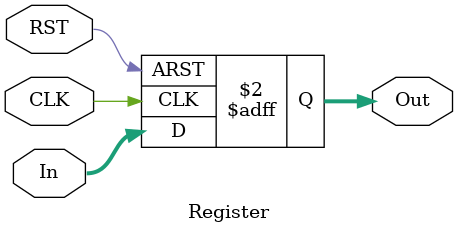
<source format=v>
module Register(input CLK, RST, 
				input[31:0] In, 
				output reg[31:0] Out
				);
    
    always @(posedge CLK, posedge RST) begin
        if(RST) Out <= 31'b0;
        else Out <= In;
    end

endmodule

</source>
